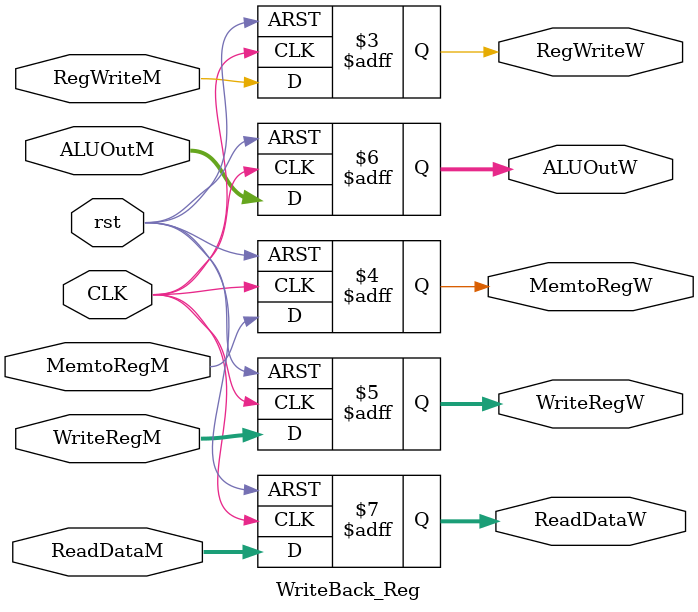
<source format=v>
module WriteBack_Reg (
input CLK , rst , RegWriteM , MemtoRegM,
input [4:0] WriteRegM,
input [31:0] ALUOutM , ReadDataM,
output reg RegWriteW , MemtoRegW,
output reg [4:0] WriteRegW,
output reg [31:0] ALUOutW , ReadDataW
);

always @( posedge CLK or negedge rst )
begin
if ( !rst ) begin
RegWriteW <= 1'b0;
MemtoRegW <= 1'b0;
WriteRegW <= 1'b0;
ALUOutW <= 1'b0;
ReadDataW <= 1'b0;
end
else begin
RegWriteW <= RegWriteM;
MemtoRegW <= MemtoRegM;
WriteRegW <= WriteRegM;
ALUOutW <= ALUOutM;
ReadDataW <= ReadDataM;
end
end

endmodule

</source>
